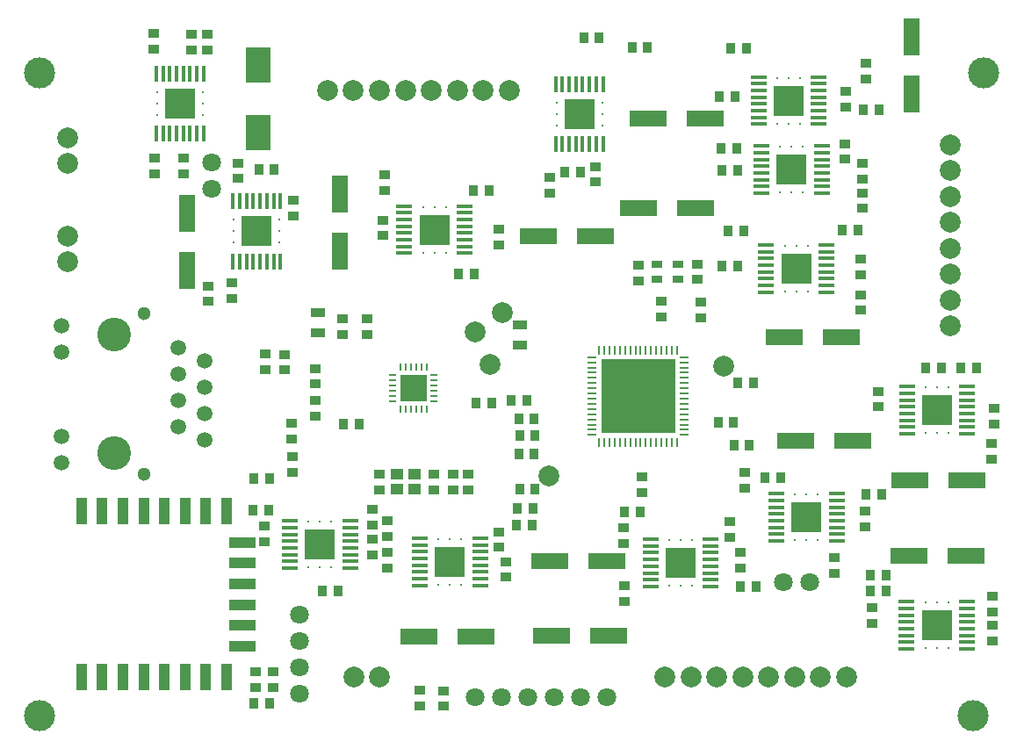
<source format=gts>
G04 #@! TF.FileFunction,Soldermask,Top*
%FSLAX46Y46*%
G04 Gerber Fmt 4.6, Leading zero omitted, Abs format (unit mm)*
G04 Created by KiCad (PCBNEW 4.0.6-e0-6349~53~ubuntu16.04.1) date Sat Aug  5 15:27:13 2017*
%MOMM*%
%LPD*%
G01*
G04 APERTURE LIST*
%ADD10C,0.150000*%
%ADD11C,2.000000*%
%ADD12R,1.000760X0.899160*%
%ADD13R,1.000000X0.900000*%
%ADD14R,0.899160X1.000760*%
%ADD15R,0.900000X1.000000*%
%ADD16R,2.400300X3.500120*%
%ADD17R,1.397000X0.889000*%
%ADD18C,3.000000*%
%ADD19C,1.800000*%
%ADD20R,2.499360X2.499360*%
%ADD21O,0.248920X0.800100*%
%ADD22O,0.800100X0.248920*%
%ADD23R,0.250000X0.850000*%
%ADD24R,0.850000X0.250000*%
%ADD25R,7.150000X7.150000*%
%ADD26R,1.200000X1.100000*%
%ADD27R,1.000000X0.800000*%
%ADD28C,1.500000*%
%ADD29C,3.250000*%
%ADD30C,1.300000*%
%ADD31R,1.600200X3.599180*%
%ADD32R,3.599180X1.600200*%
%ADD33R,2.600000X1.100000*%
%ADD34R,1.100000X2.600000*%
%ADD35R,3.000000X3.000000*%
%ADD36C,0.300000*%
%ADD37R,1.500000X0.450000*%
%ADD38R,0.450000X1.500000*%
G04 APERTURE END LIST*
D10*
D11*
X128725000Y-60725000D03*
X131225000Y-60725000D03*
X121225000Y-60725000D03*
X118725000Y-60725000D03*
X123725000Y-60725000D03*
X126225000Y-60725000D03*
X136225000Y-60725000D03*
X133725000Y-60725000D03*
D12*
X132300000Y-99251840D03*
D13*
X132300000Y-97748160D03*
D12*
X130800000Y-99201840D03*
D13*
X130800000Y-97698160D03*
D12*
X129000000Y-99201840D03*
D13*
X129000000Y-97698160D03*
D12*
X123750000Y-99201840D03*
D13*
X123750000Y-97698160D03*
D12*
X122500000Y-82748160D03*
D13*
X122500000Y-84251840D03*
D14*
X113601840Y-68350000D03*
D15*
X112098160Y-68350000D03*
D12*
X129890000Y-120101840D03*
D13*
X129890000Y-118598160D03*
D12*
X149000000Y-99501840D03*
D13*
X149000000Y-97998160D03*
D14*
X156368160Y-92710000D03*
D15*
X157871840Y-92710000D03*
D14*
X136448160Y-90600000D03*
D15*
X137951840Y-90600000D03*
D14*
X159751840Y-88900000D03*
D15*
X158248160Y-88900000D03*
D16*
X112000000Y-58248800D03*
X112000000Y-64751200D03*
D17*
X137300000Y-85252500D03*
X137300000Y-83347500D03*
D12*
X120200000Y-82748160D03*
D13*
X120200000Y-84251840D03*
D14*
X134551840Y-90900000D03*
D15*
X133048160Y-90900000D03*
D12*
X154700000Y-81148160D03*
D13*
X154700000Y-82651840D03*
D12*
X148700000Y-77548160D03*
D13*
X148700000Y-79051840D03*
D12*
X154400000Y-78951840D03*
D13*
X154400000Y-77448160D03*
D12*
X150900000Y-81048160D03*
D13*
X150900000Y-82551840D03*
D12*
X124100000Y-73223160D03*
D13*
X124100000Y-74726840D03*
D12*
X110100000Y-69226840D03*
D13*
X110100000Y-67723160D03*
D12*
X107125000Y-55323160D03*
D13*
X107125000Y-56826840D03*
D14*
X141623160Y-68625000D03*
D15*
X143126840Y-68625000D03*
D12*
X124225000Y-70376840D03*
D13*
X124225000Y-68873160D03*
D12*
X105575000Y-56826840D03*
D13*
X105575000Y-55323160D03*
D12*
X144575000Y-68048160D03*
D13*
X144575000Y-69551840D03*
D12*
X115450000Y-72826840D03*
D13*
X115450000Y-71323160D03*
D14*
X132823160Y-70400000D03*
D15*
X134326840Y-70400000D03*
D12*
X102000000Y-56751840D03*
D13*
X102000000Y-55248160D03*
D12*
X140150000Y-70626840D03*
D13*
X140150000Y-69123160D03*
D12*
X168650000Y-62301840D03*
D13*
X168650000Y-60798160D03*
D12*
X170250000Y-69251840D03*
D13*
X170250000Y-67748160D03*
D12*
X170100000Y-78476840D03*
D13*
X170100000Y-76973160D03*
D12*
X170650000Y-58123160D03*
D13*
X170650000Y-59626840D03*
D12*
X168625000Y-67351840D03*
D13*
X168625000Y-65848160D03*
D12*
X171800000Y-89723160D03*
D13*
X171800000Y-91226840D03*
D14*
X168348160Y-74200000D03*
D15*
X169851840Y-74200000D03*
D14*
X176378160Y-87480000D03*
D15*
X177881840Y-87480000D03*
D14*
X171901840Y-62575000D03*
D15*
X170398160Y-62575000D03*
D12*
X170250000Y-70598160D03*
D13*
X170250000Y-72101840D03*
D12*
X170150000Y-81926840D03*
D13*
X170150000Y-80423160D03*
D14*
X181311840Y-87500000D03*
D15*
X179808160Y-87500000D03*
D12*
X182830000Y-113781840D03*
D13*
X182830000Y-112278160D03*
D12*
X170550000Y-102801840D03*
D13*
X170550000Y-101298160D03*
D12*
X158500000Y-106751840D03*
D13*
X158500000Y-105248160D03*
D12*
X182790000Y-110981840D03*
D13*
X182790000Y-109478160D03*
D12*
X135900000Y-107651840D03*
D13*
X135900000Y-106148160D03*
D14*
X170638160Y-99670000D03*
D15*
X172141840Y-99670000D03*
D12*
X157540000Y-103801840D03*
D13*
X157540000Y-102298160D03*
D12*
X135200000Y-104776840D03*
D13*
X135200000Y-103273160D03*
D14*
X171068160Y-107420000D03*
D15*
X172571840Y-107420000D03*
D12*
X167580000Y-107271840D03*
D13*
X167580000Y-105768160D03*
D14*
X160051840Y-108590000D03*
D15*
X158548160Y-108590000D03*
D12*
X147360000Y-109991840D03*
D13*
X147360000Y-108488160D03*
D17*
X117800000Y-82147500D03*
X117800000Y-84052500D03*
D18*
X91000000Y-121000000D03*
X91000000Y-59000000D03*
X181000000Y-121000000D03*
X182000000Y-59000000D03*
D19*
X143089680Y-119200000D03*
X145629680Y-119200000D03*
X132950000Y-119200000D03*
X135490000Y-119200000D03*
X140559840Y-119200000D03*
X138019840Y-119200000D03*
D11*
X178800000Y-75950000D03*
X178800000Y-78450000D03*
X178800000Y-68450000D03*
X178800000Y-65950000D03*
X178800000Y-70950000D03*
X178800000Y-73450000D03*
X178800000Y-83450000D03*
X178800000Y-80950000D03*
X158750000Y-117300000D03*
X156250000Y-117300000D03*
X166250000Y-117300000D03*
X168750000Y-117300000D03*
X163750000Y-117300000D03*
X161250000Y-117300000D03*
X151250000Y-117300000D03*
X153750000Y-117300000D03*
D14*
X138751840Y-99150000D03*
X137248160Y-99150000D03*
X138501840Y-101000000D03*
X136998160Y-101000000D03*
X138451840Y-102600000D03*
X136948160Y-102600000D03*
X120273160Y-92900000D03*
X121776840Y-92900000D03*
X157898160Y-94910000D03*
X159401840Y-94910000D03*
X138651840Y-92400000D03*
X137148160Y-92400000D03*
X138751840Y-94000000D03*
X137248160Y-94000000D03*
X138651840Y-95800000D03*
X137148160Y-95800000D03*
D12*
X117560000Y-89031840D03*
X117560000Y-87528160D03*
X117580000Y-90588160D03*
X117580000Y-92091840D03*
X115280000Y-94321840D03*
X115280000Y-92818160D03*
X115330000Y-96068160D03*
X115330000Y-97571840D03*
D14*
X113101840Y-98150000D03*
X111598160Y-98150000D03*
D12*
X127640000Y-118528160D03*
X127640000Y-120031840D03*
X112700000Y-87626840D03*
X112700000Y-86123160D03*
X114550000Y-86173160D03*
X114550000Y-87676840D03*
X109500000Y-80751840D03*
X109500000Y-79248160D03*
X135225000Y-74098160D03*
X135225000Y-75601840D03*
D14*
X143423160Y-55625000D03*
X144926840Y-55625000D03*
D12*
X107250000Y-79573160D03*
X107250000Y-81076840D03*
D14*
X131373160Y-78375000D03*
X132876840Y-78375000D03*
D12*
X104825000Y-67248160D03*
X104825000Y-68751840D03*
D14*
X148073160Y-56550000D03*
X149576840Y-56550000D03*
X158026840Y-61275000D03*
X156523160Y-61275000D03*
X158251840Y-68450000D03*
X156748160Y-68450000D03*
D12*
X102075000Y-67273160D03*
X102075000Y-68776840D03*
D14*
X158251840Y-77675000D03*
X156748160Y-77675000D03*
D12*
X183025000Y-91373160D03*
X183025000Y-92876840D03*
D14*
X159076840Y-56675000D03*
X157573160Y-56675000D03*
X156673160Y-66300000D03*
X158176840Y-66300000D03*
X158876840Y-74275000D03*
X157373160Y-74275000D03*
D12*
X182725000Y-96251840D03*
X182725000Y-94748160D03*
X171260000Y-112101840D03*
X171260000Y-110598160D03*
X158940000Y-99031840D03*
X158940000Y-97528160D03*
X147280000Y-104411840D03*
X147280000Y-102908160D03*
X124500000Y-106751840D03*
X124500000Y-105248160D03*
D14*
X172581840Y-108980000D03*
X171078160Y-108980000D03*
X162401840Y-98100000D03*
X160898160Y-98100000D03*
X148841840Y-101330000D03*
X147338160Y-101330000D03*
D12*
X124500000Y-102248160D03*
X124500000Y-103751840D03*
D20*
X127010000Y-89430000D03*
D21*
X125760320Y-91428980D03*
X126260700Y-91428980D03*
X126761080Y-91428980D03*
X127258920Y-91428980D03*
X127759300Y-91428980D03*
X128259680Y-91428980D03*
D22*
X129008980Y-90679680D03*
X129008980Y-90179300D03*
X129008980Y-89678920D03*
X129008980Y-89181080D03*
X129008980Y-88680700D03*
X129008980Y-88180320D03*
D21*
X128259680Y-87431020D03*
X127759300Y-87431020D03*
X127258920Y-87431020D03*
X126761080Y-87431020D03*
X126260700Y-87431020D03*
X125760320Y-87431020D03*
D22*
X125011020Y-88180320D03*
X125011020Y-88680700D03*
X125011020Y-89181080D03*
X125011020Y-89678920D03*
X125011020Y-90179300D03*
X125011020Y-90679680D03*
D23*
X151910000Y-94640000D03*
X152410000Y-94640000D03*
X148910000Y-94640000D03*
X149410000Y-94640000D03*
X150410000Y-94640000D03*
X149910000Y-94640000D03*
X151410000Y-94640000D03*
X150910000Y-94640000D03*
X146910000Y-94640000D03*
X147410000Y-94640000D03*
X148410000Y-94640000D03*
X147910000Y-94640000D03*
X145910000Y-94640000D03*
X146410000Y-94640000D03*
X145410000Y-94640000D03*
X144910000Y-94640000D03*
D24*
X144210000Y-93940000D03*
X144210000Y-93440000D03*
X144210000Y-92440000D03*
X144210000Y-92940000D03*
X144210000Y-90940000D03*
X144210000Y-90440000D03*
X144210000Y-91440000D03*
X144210000Y-91940000D03*
X144210000Y-87940000D03*
X144210000Y-87440000D03*
X144210000Y-88940000D03*
X144210000Y-88440000D03*
X144210000Y-89440000D03*
X144210000Y-89940000D03*
X144210000Y-86440000D03*
X144210000Y-86940000D03*
D23*
X144910000Y-85740000D03*
X145410000Y-85740000D03*
X146410000Y-85740000D03*
X145910000Y-85740000D03*
X147910000Y-85740000D03*
X148410000Y-85740000D03*
X147410000Y-85740000D03*
X146910000Y-85740000D03*
X150910000Y-85740000D03*
X151410000Y-85740000D03*
X149910000Y-85740000D03*
X150410000Y-85740000D03*
X149410000Y-85740000D03*
X148910000Y-85740000D03*
X152410000Y-85740000D03*
X151910000Y-85740000D03*
D24*
X153110000Y-86940000D03*
X153110000Y-86440000D03*
X153110000Y-89940000D03*
X153110000Y-89440000D03*
X153110000Y-88440000D03*
X153110000Y-88920000D03*
X153110000Y-87440000D03*
X153110000Y-87940000D03*
X153110000Y-91940000D03*
X153110000Y-91440000D03*
X153110000Y-90440000D03*
X153110000Y-90940000D03*
X153110000Y-92940000D03*
X153110000Y-92440000D03*
X153110000Y-93440000D03*
X153110000Y-93940000D03*
D25*
X148660000Y-90190000D03*
D26*
X127150000Y-97750000D03*
X125450000Y-97750000D03*
X127150000Y-99150000D03*
X125450000Y-99150000D03*
D27*
X150500000Y-78950000D03*
X152500000Y-78950000D03*
X150500000Y-77450000D03*
X152500000Y-77450000D03*
D28*
X93100000Y-83375000D03*
X93100000Y-85915000D03*
X93100000Y-94085000D03*
X93100000Y-96625000D03*
X104350000Y-85560000D03*
X104350000Y-90630000D03*
X104350000Y-88100000D03*
X104350000Y-93170000D03*
X106890000Y-86820000D03*
X106890000Y-91900000D03*
X106890000Y-89360000D03*
D29*
X98132080Y-95715000D03*
X98132080Y-84285000D03*
D30*
X101050000Y-82255000D03*
X101050000Y-97745000D03*
D28*
X106890000Y-94440000D03*
D14*
X111648160Y-119800000D03*
D15*
X113151840Y-119800000D03*
D12*
X111775000Y-118276840D03*
D13*
X111775000Y-116773160D03*
D12*
X113500000Y-116748160D03*
X113500000Y-118251840D03*
D19*
X116000000Y-118850000D03*
X116000000Y-116310000D03*
X116000000Y-111240160D03*
X116000000Y-113780160D03*
D12*
X123050000Y-105476840D03*
D13*
X123050000Y-103973160D03*
D12*
X123050000Y-102626840D03*
D13*
X123050000Y-101123160D03*
D14*
X118248160Y-109000000D03*
D15*
X119751840Y-109000000D03*
D12*
X112675000Y-104251840D03*
X112675000Y-102748160D03*
D14*
X113076840Y-101175000D03*
X111573160Y-101175000D03*
D31*
X105175000Y-72549180D03*
X105175000Y-78050820D03*
D32*
X133050820Y-113400000D03*
X127549180Y-113400000D03*
D31*
X119900000Y-70674180D03*
X119900000Y-76175820D03*
D32*
X139049180Y-74775000D03*
X144550820Y-74775000D03*
X149599180Y-63400000D03*
X155100820Y-63400000D03*
D31*
X175050000Y-55524180D03*
X175050000Y-61025820D03*
D32*
X154225820Y-72050000D03*
X148724180Y-72050000D03*
X168250820Y-84500000D03*
X162749180Y-84500000D03*
X180400820Y-98325000D03*
X174899180Y-98325000D03*
X180280820Y-105590000D03*
X174779180Y-105590000D03*
X163859180Y-94490000D03*
X169360820Y-94490000D03*
X145660820Y-106140000D03*
X140159180Y-106140000D03*
X145780820Y-113310000D03*
X140279180Y-113310000D03*
D19*
X107575000Y-70234840D03*
X107575000Y-67694840D03*
D11*
X93700000Y-77250000D03*
X93700000Y-74750000D03*
X93700000Y-67750000D03*
X93700000Y-65250000D03*
X123750000Y-117300000D03*
X121250000Y-117300000D03*
X134366000Y-87122000D03*
X135600000Y-82150000D03*
X132950000Y-84000000D03*
X140025000Y-97925000D03*
X156950000Y-87325000D03*
D19*
X165209840Y-108100000D03*
X162669840Y-108100000D03*
D33*
X110500000Y-104300000D03*
X110500000Y-106300000D03*
X110500000Y-108300000D03*
X110500000Y-114300000D03*
X110500000Y-112300000D03*
X110500000Y-110300000D03*
D34*
X95000000Y-101300000D03*
X97000000Y-101300000D03*
X101000000Y-101300000D03*
X99000000Y-101300000D03*
X107000000Y-101300000D03*
X109000000Y-101300000D03*
X105000000Y-101300000D03*
X103000000Y-101300000D03*
X103000000Y-117300000D03*
X105000000Y-117300000D03*
X109000000Y-117300000D03*
X107000000Y-117300000D03*
X99000000Y-117300000D03*
X101000000Y-117300000D03*
X97000000Y-117300000D03*
X95000000Y-117300000D03*
D35*
X118000000Y-104500000D03*
D36*
X118000000Y-102300000D03*
X119100000Y-102300000D03*
X116900000Y-102300000D03*
X116900000Y-106700000D03*
X119100000Y-106700000D03*
X118000000Y-106700000D03*
X118000000Y-105600000D03*
X119100000Y-105600000D03*
X116900000Y-105600000D03*
X116900000Y-103400000D03*
X119100000Y-103400000D03*
X118000000Y-103400000D03*
D37*
X120900000Y-102875000D03*
X120900000Y-102225000D03*
X120900000Y-103525000D03*
X120900000Y-104175000D03*
X120900000Y-106775000D03*
X120900000Y-106125000D03*
X120900000Y-104825000D03*
X120900000Y-105475000D03*
X115100000Y-105475000D03*
X115100000Y-104825000D03*
X115100000Y-106125000D03*
X115100000Y-106775000D03*
X115100000Y-104175000D03*
X115100000Y-103525000D03*
X115100000Y-102225000D03*
X115100000Y-102875000D03*
D36*
X118000000Y-104500000D03*
X119100000Y-104500000D03*
X116900000Y-104500000D03*
D35*
X130525000Y-106175000D03*
D36*
X130525000Y-103975000D03*
X131625000Y-103975000D03*
X129425000Y-103975000D03*
X129425000Y-108375000D03*
X131625000Y-108375000D03*
X130525000Y-108375000D03*
X130525000Y-107275000D03*
X131625000Y-107275000D03*
X129425000Y-107275000D03*
X129425000Y-105075000D03*
X131625000Y-105075000D03*
X130525000Y-105075000D03*
D37*
X133425000Y-104550000D03*
X133425000Y-103900000D03*
X133425000Y-105200000D03*
X133425000Y-105850000D03*
X133425000Y-108450000D03*
X133425000Y-107800000D03*
X133425000Y-106500000D03*
X133425000Y-107150000D03*
X127625000Y-107150000D03*
X127625000Y-106500000D03*
X127625000Y-107800000D03*
X127625000Y-108450000D03*
X127625000Y-105850000D03*
X127625000Y-105200000D03*
X127625000Y-103900000D03*
X127625000Y-104550000D03*
D36*
X130525000Y-106175000D03*
X131625000Y-106175000D03*
X129425000Y-106175000D03*
D35*
X152750000Y-106270000D03*
D36*
X152750000Y-104070000D03*
X153850000Y-104070000D03*
X151650000Y-104070000D03*
X151650000Y-108470000D03*
X153850000Y-108470000D03*
X152750000Y-108470000D03*
X152750000Y-107370000D03*
X153850000Y-107370000D03*
X151650000Y-107370000D03*
X151650000Y-105170000D03*
X153850000Y-105170000D03*
X152750000Y-105170000D03*
D37*
X155650000Y-104645000D03*
X155650000Y-103995000D03*
X155650000Y-105295000D03*
X155650000Y-105945000D03*
X155650000Y-108545000D03*
X155650000Y-107895000D03*
X155650000Y-106595000D03*
X155650000Y-107245000D03*
X149850000Y-107245000D03*
X149850000Y-106595000D03*
X149850000Y-107895000D03*
X149850000Y-108545000D03*
X149850000Y-105945000D03*
X149850000Y-105295000D03*
X149850000Y-103995000D03*
X149850000Y-104645000D03*
D36*
X152750000Y-106270000D03*
X153850000Y-106270000D03*
X151650000Y-106270000D03*
D35*
X164900000Y-101880000D03*
D36*
X164900000Y-99680000D03*
X166000000Y-99680000D03*
X163800000Y-99680000D03*
X163800000Y-104080000D03*
X166000000Y-104080000D03*
X164900000Y-104080000D03*
X164900000Y-102980000D03*
X166000000Y-102980000D03*
X163800000Y-102980000D03*
X163800000Y-100780000D03*
X166000000Y-100780000D03*
X164900000Y-100780000D03*
D37*
X167800000Y-100255000D03*
X167800000Y-99605000D03*
X167800000Y-100905000D03*
X167800000Y-101555000D03*
X167800000Y-104155000D03*
X167800000Y-103505000D03*
X167800000Y-102205000D03*
X167800000Y-102855000D03*
X162000000Y-102855000D03*
X162000000Y-102205000D03*
X162000000Y-103505000D03*
X162000000Y-104155000D03*
X162000000Y-101555000D03*
X162000000Y-100905000D03*
X162000000Y-99605000D03*
X162000000Y-100255000D03*
D36*
X164900000Y-101880000D03*
X166000000Y-101880000D03*
X163800000Y-101880000D03*
D35*
X177450000Y-112290000D03*
D36*
X177450000Y-110090000D03*
X178550000Y-110090000D03*
X176350000Y-110090000D03*
X176350000Y-114490000D03*
X178550000Y-114490000D03*
X177450000Y-114490000D03*
X177450000Y-113390000D03*
X178550000Y-113390000D03*
X176350000Y-113390000D03*
X176350000Y-111190000D03*
X178550000Y-111190000D03*
X177450000Y-111190000D03*
D37*
X180350000Y-110665000D03*
X180350000Y-110015000D03*
X180350000Y-111315000D03*
X180350000Y-111965000D03*
X180350000Y-114565000D03*
X180350000Y-113915000D03*
X180350000Y-112615000D03*
X180350000Y-113265000D03*
X174550000Y-113265000D03*
X174550000Y-112615000D03*
X174550000Y-113915000D03*
X174550000Y-114565000D03*
X174550000Y-111965000D03*
X174550000Y-111315000D03*
X174550000Y-110015000D03*
X174550000Y-110665000D03*
D36*
X177450000Y-112290000D03*
X178550000Y-112290000D03*
X176350000Y-112290000D03*
D35*
X177500000Y-91550000D03*
D36*
X177500000Y-93750000D03*
X176400000Y-93750000D03*
X178600000Y-93750000D03*
X178600000Y-89350000D03*
X176400000Y-89350000D03*
X177500000Y-89350000D03*
X177500000Y-90450000D03*
X176400000Y-90450000D03*
X178600000Y-90450000D03*
X178600000Y-92650000D03*
X176400000Y-92650000D03*
X177500000Y-92650000D03*
D37*
X174600000Y-93175000D03*
X174600000Y-93825000D03*
X174600000Y-92525000D03*
X174600000Y-91875000D03*
X174600000Y-89275000D03*
X174600000Y-89925000D03*
X174600000Y-91225000D03*
X174600000Y-90575000D03*
X180400000Y-90575000D03*
X180400000Y-91225000D03*
X180400000Y-89925000D03*
X180400000Y-89275000D03*
X180400000Y-91875000D03*
X180400000Y-92525000D03*
X180400000Y-93825000D03*
X180400000Y-93175000D03*
D36*
X177500000Y-91550000D03*
X176400000Y-91550000D03*
X178600000Y-91550000D03*
D35*
X163900000Y-77900000D03*
D36*
X163900000Y-75700000D03*
X165000000Y-75700000D03*
X162800000Y-75700000D03*
X162800000Y-80100000D03*
X165000000Y-80100000D03*
X163900000Y-80100000D03*
X163900000Y-79000000D03*
X165000000Y-79000000D03*
X162800000Y-79000000D03*
X162800000Y-76800000D03*
X165000000Y-76800000D03*
X163900000Y-76800000D03*
D37*
X166800000Y-76275000D03*
X166800000Y-75625000D03*
X166800000Y-76925000D03*
X166800000Y-77575000D03*
X166800000Y-80175000D03*
X166800000Y-79525000D03*
X166800000Y-78225000D03*
X166800000Y-78875000D03*
X161000000Y-78875000D03*
X161000000Y-78225000D03*
X161000000Y-79525000D03*
X161000000Y-80175000D03*
X161000000Y-77575000D03*
X161000000Y-76925000D03*
X161000000Y-75625000D03*
X161000000Y-76275000D03*
D36*
X163900000Y-77900000D03*
X165000000Y-77900000D03*
X162800000Y-77900000D03*
D35*
X163475000Y-68350000D03*
D36*
X163475000Y-66150000D03*
X164575000Y-66150000D03*
X162375000Y-66150000D03*
X162375000Y-70550000D03*
X164575000Y-70550000D03*
X163475000Y-70550000D03*
X163475000Y-69450000D03*
X164575000Y-69450000D03*
X162375000Y-69450000D03*
X162375000Y-67250000D03*
X164575000Y-67250000D03*
X163475000Y-67250000D03*
D37*
X166375000Y-66725000D03*
X166375000Y-66075000D03*
X166375000Y-67375000D03*
X166375000Y-68025000D03*
X166375000Y-70625000D03*
X166375000Y-69975000D03*
X166375000Y-68675000D03*
X166375000Y-69325000D03*
X160575000Y-69325000D03*
X160575000Y-68675000D03*
X160575000Y-69975000D03*
X160575000Y-70625000D03*
X160575000Y-68025000D03*
X160575000Y-67375000D03*
X160575000Y-66075000D03*
X160575000Y-66725000D03*
D36*
X163475000Y-68350000D03*
X164575000Y-68350000D03*
X162375000Y-68350000D03*
D35*
X163200000Y-61700000D03*
D36*
X163200000Y-59500000D03*
X164300000Y-59500000D03*
X162100000Y-59500000D03*
X162100000Y-63900000D03*
X164300000Y-63900000D03*
X163200000Y-63900000D03*
X163200000Y-62800000D03*
X164300000Y-62800000D03*
X162100000Y-62800000D03*
X162100000Y-60600000D03*
X164300000Y-60600000D03*
X163200000Y-60600000D03*
D37*
X166100000Y-60075000D03*
X166100000Y-59425000D03*
X166100000Y-60725000D03*
X166100000Y-61375000D03*
X166100000Y-63975000D03*
X166100000Y-63325000D03*
X166100000Y-62025000D03*
X166100000Y-62675000D03*
X160300000Y-62675000D03*
X160300000Y-62025000D03*
X160300000Y-63325000D03*
X160300000Y-63975000D03*
X160300000Y-61375000D03*
X160300000Y-60725000D03*
X160300000Y-59425000D03*
X160300000Y-60075000D03*
D36*
X163200000Y-61700000D03*
X164300000Y-61700000D03*
X162100000Y-61700000D03*
D35*
X143000000Y-63000000D03*
D36*
X145200000Y-63000000D03*
X145200000Y-64100000D03*
X145200000Y-61900000D03*
X140800000Y-61900000D03*
X140800000Y-64100000D03*
X140800000Y-63000000D03*
X141900000Y-63000000D03*
X141900000Y-64100000D03*
X141900000Y-61900000D03*
X144100000Y-61900000D03*
X144100000Y-64100000D03*
X144100000Y-63000000D03*
D38*
X144625000Y-65900000D03*
X145275000Y-65900000D03*
X143975000Y-65900000D03*
X143325000Y-65900000D03*
X140725000Y-65900000D03*
X141375000Y-65900000D03*
X142675000Y-65900000D03*
X142025000Y-65900000D03*
X142025000Y-60100000D03*
X142675000Y-60100000D03*
X141375000Y-60100000D03*
X140725000Y-60100000D03*
X143325000Y-60100000D03*
X143975000Y-60100000D03*
X145275000Y-60100000D03*
X144625000Y-60100000D03*
D36*
X143000000Y-63000000D03*
X143000000Y-64100000D03*
X143000000Y-61900000D03*
D35*
X129025000Y-74150000D03*
D36*
X129025000Y-76350000D03*
X127925000Y-76350000D03*
X130125000Y-76350000D03*
X130125000Y-71950000D03*
X127925000Y-71950000D03*
X129025000Y-71950000D03*
X129025000Y-73050000D03*
X127925000Y-73050000D03*
X130125000Y-73050000D03*
X130125000Y-75250000D03*
X127925000Y-75250000D03*
X129025000Y-75250000D03*
D37*
X126125000Y-75775000D03*
X126125000Y-76425000D03*
X126125000Y-75125000D03*
X126125000Y-74475000D03*
X126125000Y-71875000D03*
X126125000Y-72525000D03*
X126125000Y-73825000D03*
X126125000Y-73175000D03*
X131925000Y-73175000D03*
X131925000Y-73825000D03*
X131925000Y-72525000D03*
X131925000Y-71875000D03*
X131925000Y-74475000D03*
X131925000Y-75125000D03*
X131925000Y-76425000D03*
X131925000Y-75775000D03*
D36*
X129025000Y-74150000D03*
X127925000Y-74150000D03*
X130125000Y-74150000D03*
D35*
X111900000Y-74300000D03*
D36*
X109700000Y-74300000D03*
X109700000Y-73200000D03*
X109700000Y-75400000D03*
X114100000Y-75400000D03*
X114100000Y-73200000D03*
X114100000Y-74300000D03*
X113000000Y-74300000D03*
X113000000Y-73200000D03*
X113000000Y-75400000D03*
X110800000Y-75400000D03*
X110800000Y-73200000D03*
X110800000Y-74300000D03*
D38*
X110275000Y-71400000D03*
X109625000Y-71400000D03*
X110925000Y-71400000D03*
X111575000Y-71400000D03*
X114175000Y-71400000D03*
X113525000Y-71400000D03*
X112225000Y-71400000D03*
X112875000Y-71400000D03*
X112875000Y-77200000D03*
X112225000Y-77200000D03*
X113525000Y-77200000D03*
X114175000Y-77200000D03*
X111575000Y-77200000D03*
X110925000Y-77200000D03*
X109625000Y-77200000D03*
X110275000Y-77200000D03*
D36*
X111900000Y-74300000D03*
X111900000Y-73200000D03*
X111900000Y-75400000D03*
D35*
X104500000Y-62000000D03*
D36*
X102300000Y-62000000D03*
X102300000Y-60900000D03*
X102300000Y-63100000D03*
X106700000Y-63100000D03*
X106700000Y-60900000D03*
X106700000Y-62000000D03*
X105600000Y-62000000D03*
X105600000Y-60900000D03*
X105600000Y-63100000D03*
X103400000Y-63100000D03*
X103400000Y-60900000D03*
X103400000Y-62000000D03*
D38*
X102875000Y-59100000D03*
X102225000Y-59100000D03*
X103525000Y-59100000D03*
X104175000Y-59100000D03*
X106775000Y-59100000D03*
X106125000Y-59100000D03*
X104825000Y-59100000D03*
X105475000Y-59100000D03*
X105475000Y-64900000D03*
X104825000Y-64900000D03*
X106125000Y-64900000D03*
X106775000Y-64900000D03*
X104175000Y-64900000D03*
X103525000Y-64900000D03*
X102225000Y-64900000D03*
X102875000Y-64900000D03*
D36*
X104500000Y-62000000D03*
X104500000Y-60900000D03*
X104500000Y-63100000D03*
M02*

</source>
